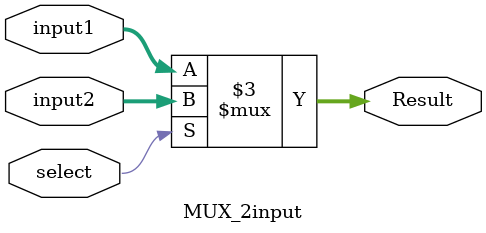
<source format=v>
module ALU_top(
   input [31:0] A, WB_A, ALU_A, B, WB_B, ALU_B, immediate, ID_EX_PC,
   input [1:0] SEL_A, SEL_B,
   input [3:0] ALUop,
   input [1:0] ALUsrc,
   output [31:0] Result,
   output reg [31:0] ResultA, ResultB,  // output으로 reg 선언
   output negative, overflow, zero, carry
);

   wire [31:0] SrcA, SrcB;
   wire [31:0] MuxA_Out, MuxB_Out;  // MUX 결과를 위한 wire 선언

   MUX_3input MUXA(A, WB_A, ALU_A, SEL_A, MuxA_Out);
   MUX_3input MUXB(B, WB_B, ALU_B, SEL_B, MuxB_Out);
   MUX_2input MUXsrcA(ID_EX_PC, MuxA_Out, ALUsrc[1], SrcA);
   MUX_2input MUXsrcB(MuxB_Out, immediate, ALUsrc[0], SrcB);
   ALU ALU(SrcA, SrcB, ALUop, Result, negative, overflow, zero, carry);

   // always 블록을 사용하여 ResultA, ResultB를 업데이트
   always @(*) begin
       ResultA = MuxA_Out;
       ResultB = MuxB_Out;
   end
endmodule

module ALU(A,B,ALUop,Result,negative,overflow,zero,carry);
    input [31:0] A,B;
    input [3:0] ALUop;
    output reg [31:0] Result;
    output reg negative;
    output reg overflow;
    output  reg zero;
    output reg carry;
    reg [31:0] compare;
    integer i;
    integer shift;
    reg [31:0] temp;

always @(*) begin
    case (ALUop)
        4'b0010: begin  //ADD
            Result = A + B; 

            end
        4'b0110: begin  //SUB
            Result = A - B; 

            end
        4'b0000: begin  //AND
            Result = A & B; // 

            end
        4'b0001: begin  //OR
            Result = A | B; 

            end
        4'b0011: begin  //XOR
            Result = A ^ B; // XOR
            end
        4'b0100: begin  //SLL
            Result = A << B[4:0]; 

            end
        4'b0101: begin  //SRL
            Result = A >> B[4:0]; // SRL (Logical Right Shift)

            end
        4'b0111: begin  //SRA
          temp = A[31:0];
          if (A[31] == 1) begin
          for (i = 1; i <= B[4:0]; i = i + 1) begin
            temp = {temp[31], temp[31:1]};
           end
         end
         else begin
          for (i = 1; i <= B[4:0]; i = i + 1) begin
           temp = {1'b0, temp[31:1]};
          end
          end
         Result = temp;
         end
        4'b1000: begin  //SLT
            compare=A-B;
            Result=compare[31]?1:0;

            end
        4'b1001: begin  //SLTU
            Result = (A < B) ? 32'b1 : 32'b0; // SLTU (Set Less Than Unsigned)

            end
        4'b1010: begin  // Branch target 주소 계산
            Result = A+4+B;

            end
        4'b1011: begin  // LUI
            Result = B;

            end

        
        default: Result = 32'b0; // Default: Output 0
    endcase
        negative = Result[31];
        overflow = ((A[31] == B[31]) && (Result[31] != A[31])); // Overflow occurs if sign of A and B are same but result sign is different
        zero = (Result == 32'b0);
        carry = ((ALUop == 4'b0010) && ((Result < A) || (Result < B))) | // Carry for ADD operation
            ((ALUop == 4'b0110) && (A < B)); // Carry for SUB operation
end
endmodule

  module MUX_3input (input1,input2,input3,select,Result);

    input [31:0] input1,input2,input3;
    input [1:0] select;
    output [31:0] Result;

assign Result = (select == 2'b00) ? input1 :
           (select == 2'b01) ? input2 :
           (select == 2'b10) ? input3 :
           32'b0; 

endmodule

  module MUX_2input (input1,input2,select,Result);

    input [31:0] input1,input2;
    input select;
    output [31:0] Result;

assign Result = (select) ? input2 : input1;

endmodule

  


</source>
